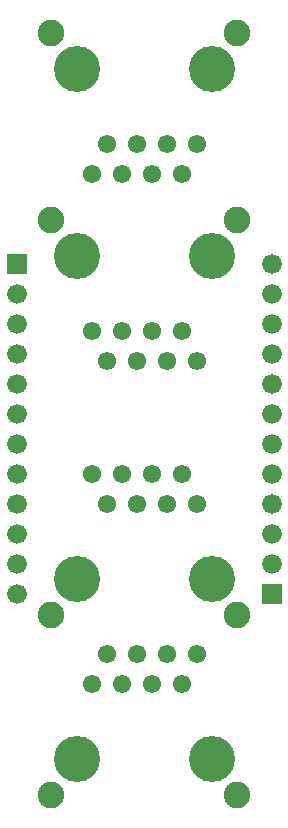
<source format=gbr>
G04 start of page 7 for group -4062 idx -4062 *
G04 Title: (unknown), soldermask *
G04 Creator: pcb 1.99z *
G04 CreationDate: Sat Nov 14 22:14:47 2015 UTC *
G04 For: commonadmin *
G04 Format: Gerber/RS-274X *
G04 PCB-Dimensions (mil): 1075.00 2975.00 *
G04 PCB-Coordinate-Origin: lower left *
%MOIN*%
%FSLAX25Y25*%
%LNBOTTOMMASK*%
%ADD45C,0.0001*%
%ADD44C,0.0660*%
%ADD43C,0.0887*%
%ADD42C,0.0611*%
%ADD41C,0.1536*%
G54D41*X30000Y202500D03*
Y265000D03*
X75000Y202500D03*
G54D42*X50000Y240000D03*
X40000D03*
G54D43*X83465Y214508D03*
G54D42*X65000Y230000D03*
X55000D03*
X45000D03*
X35000D03*
X70000Y240000D03*
X60000D03*
G54D41*X75000Y265000D03*
G54D43*X83543Y277008D03*
X21535D03*
G54D42*X50000Y167500D03*
X60000D03*
X70000D03*
X55000Y177500D03*
X65000D03*
X40000Y167500D03*
X35000Y177500D03*
X45000D03*
G54D44*X95000Y170000D03*
Y180000D03*
Y190000D03*
Y200000D03*
G54D42*X65000Y130000D03*
X70000Y120000D03*
X60000D03*
X55000Y130000D03*
X50000Y120000D03*
Y70000D03*
X60000D03*
X55000Y60000D03*
X45000Y130000D03*
X40000Y120000D03*
X35000Y130000D03*
G54D41*X30000Y95000D03*
G54D43*X21535Y82992D03*
G54D42*X40000Y70000D03*
X35000Y60000D03*
X45000D03*
G54D41*X75000Y95000D03*
G54D43*X83543Y82992D03*
G54D42*X70000Y70000D03*
X65000Y60000D03*
G54D41*X30000Y35000D03*
X75000D03*
G54D43*X21457Y22992D03*
X83465D03*
G54D45*G36*
X91700Y93300D02*Y86700D01*
X98300D01*
Y93300D01*
X91700D01*
G37*
G54D44*X95000Y100000D03*
Y110000D03*
Y120000D03*
Y130000D03*
Y140000D03*
Y150000D03*
Y160000D03*
G54D43*X21457Y214508D03*
G54D45*G36*
X6700Y203300D02*Y196700D01*
X13300D01*
Y203300D01*
X6700D01*
G37*
G54D44*X10000Y190000D03*
Y180000D03*
Y170000D03*
Y160000D03*
Y150000D03*
Y140000D03*
Y130000D03*
Y120000D03*
Y110000D03*
Y100000D03*
Y90000D03*
M02*

</source>
